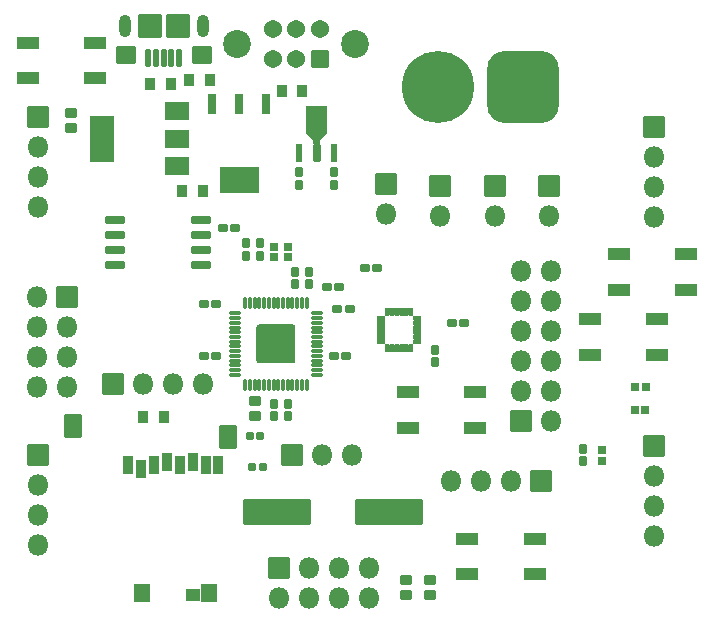
<source format=gbr>
%TF.GenerationSoftware,KiCad,Pcbnew,7.0.1*%
%TF.CreationDate,2023-05-22T19:39:57-04:00*%
%TF.ProjectId,Drone_PCB,44726f6e-655f-4504-9342-2e6b69636164,rev?*%
%TF.SameCoordinates,Original*%
%TF.FileFunction,Soldermask,Top*%
%TF.FilePolarity,Negative*%
%FSLAX46Y46*%
G04 Gerber Fmt 4.6, Leading zero omitted, Abs format (unit mm)*
G04 Created by KiCad (PCBNEW 7.0.1) date 2023-05-22 19:39:57*
%MOMM*%
%LPD*%
G01*
G04 APERTURE LIST*
G04 Aperture macros list*
%AMRoundRect*
0 Rectangle with rounded corners*
0 $1 Rounding radius*
0 $2 $3 $4 $5 $6 $7 $8 $9 X,Y pos of 4 corners*
0 Add a 4 corners polygon primitive as box body*
4,1,4,$2,$3,$4,$5,$6,$7,$8,$9,$2,$3,0*
0 Add four circle primitives for the rounded corners*
1,1,$1+$1,$2,$3*
1,1,$1+$1,$4,$5*
1,1,$1+$1,$6,$7*
1,1,$1+$1,$8,$9*
0 Add four rect primitives between the rounded corners*
20,1,$1+$1,$2,$3,$4,$5,0*
20,1,$1+$1,$4,$5,$6,$7,0*
20,1,$1+$1,$6,$7,$8,$9,0*
20,1,$1+$1,$8,$9,$2,$3,0*%
G04 Aperture macros list end*
%ADD10RoundRect,1.551000X1.500000X1.500000X-1.500000X1.500000X-1.500000X-1.500000X1.500000X-1.500000X0*%
%ADD11C,6.102000*%
%ADD12RoundRect,0.051000X0.719000X0.719000X-0.719000X0.719000X-0.719000X-0.719000X0.719000X-0.719000X0*%
%ADD13C,1.540000*%
%ADD14C,2.367000*%
%ADD15RoundRect,0.051000X0.279400X-0.355600X0.279400X0.355600X-0.279400X0.355600X-0.279400X-0.355600X0*%
%ADD16RoundRect,0.051000X0.850000X0.850000X-0.850000X0.850000X-0.850000X-0.850000X0.850000X-0.850000X0*%
%ADD17O,1.802000X1.802000*%
%ADD18RoundRect,0.051000X0.850000X-0.850000X0.850000X0.850000X-0.850000X0.850000X-0.850000X-0.850000X0*%
%ADD19RoundRect,0.101000X-0.387500X-0.050000X0.387500X-0.050000X0.387500X0.050000X-0.387500X0.050000X0*%
%ADD20RoundRect,0.101000X-0.050000X-0.387500X0.050000X-0.387500X0.050000X0.387500X-0.050000X0.387500X0*%
%ADD21RoundRect,0.195000X-1.456000X-1.456000X1.456000X-1.456000X1.456000X1.456000X-1.456000X1.456000X0*%
%ADD22RoundRect,0.051000X-0.355600X-0.279400X0.355600X-0.279400X0.355600X0.279400X-0.355600X0.279400X0*%
%ADD23RoundRect,0.051000X-0.850000X-0.850000X0.850000X-0.850000X0.850000X0.850000X-0.850000X0.850000X0*%
%ADD24RoundRect,0.051000X0.381000X0.495300X-0.381000X0.495300X-0.381000X-0.495300X0.381000X-0.495300X0*%
%ADD25RoundRect,0.051000X-0.315000X0.280000X-0.315000X-0.280000X0.315000X-0.280000X0.315000X0.280000X0*%
%ADD26RoundRect,0.051000X-0.450000X0.350000X-0.450000X-0.350000X0.450000X-0.350000X0.450000X0.350000X0*%
%ADD27RoundRect,0.051000X-0.381000X-0.495300X0.381000X-0.495300X0.381000X0.495300X-0.381000X0.495300X0*%
%ADD28RoundRect,0.051000X-0.300000X0.295000X-0.300000X-0.295000X0.300000X-0.295000X0.300000X0.295000X0*%
%ADD29RoundRect,0.126600X0.194400X-0.224400X0.194400X0.224400X-0.194400X0.224400X-0.194400X-0.224400X0*%
%ADD30RoundRect,0.051000X-0.241300X-0.698500X0.241300X-0.698500X0.241300X0.698500X-0.241300X0.698500X0*%
%ADD31RoundRect,0.051000X-0.279400X-0.698500X0.279400X-0.698500X0.279400X0.698500X-0.279400X0.698500X0*%
%ADD32RoundRect,0.051000X0.304800X0.774700X-0.304800X0.774700X-0.304800X-0.774700X0.304800X-0.774700X0*%
%ADD33RoundRect,0.051000X-0.850900X-0.495300X0.850900X-0.495300X0.850900X0.495300X-0.850900X0.495300X0*%
%ADD34RoundRect,0.051000X-0.270000X-0.300000X0.270000X-0.300000X0.270000X0.300000X-0.270000X0.300000X0*%
%ADD35RoundRect,0.051000X-0.850000X0.850000X-0.850000X-0.850000X0.850000X-0.850000X0.850000X0.850000X0*%
%ADD36RoundRect,0.051000X0.400000X0.750000X-0.400000X0.750000X-0.400000X-0.750000X0.400000X-0.750000X0*%
%ADD37RoundRect,0.051000X0.500000X0.475000X-0.500000X0.475000X-0.500000X-0.475000X0.500000X-0.475000X0*%
%ADD38RoundRect,0.051000X0.650000X0.700000X-0.650000X0.700000X-0.650000X-0.700000X0.650000X-0.700000X0*%
%ADD39RoundRect,0.051000X0.700000X0.950000X-0.700000X0.950000X-0.700000X-0.950000X0.700000X-0.950000X0*%
%ADD40RoundRect,0.057600X0.103400X-0.313400X0.103400X0.313400X-0.103400X0.313400X-0.103400X-0.313400X0*%
%ADD41RoundRect,0.057600X0.313400X0.103400X-0.313400X0.103400X-0.313400X-0.103400X0.313400X-0.103400X0*%
%ADD42RoundRect,0.057600X-0.103400X0.313400X-0.103400X-0.313400X0.103400X-0.313400X0.103400X0.313400X0*%
%ADD43RoundRect,0.057600X-0.313400X-0.103400X0.313400X-0.103400X0.313400X0.103400X-0.313400X0.103400X0*%
%ADD44RoundRect,0.051000X-2.800000X-1.050000X2.800000X-1.050000X2.800000X1.050000X-2.800000X1.050000X0*%
%ADD45RoundRect,0.051000X0.355600X0.279400X-0.355600X0.279400X-0.355600X-0.279400X0.355600X-0.279400X0*%
%ADD46RoundRect,0.051000X-0.279400X0.355600X-0.279400X-0.355600X0.279400X-0.355600X0.279400X0.355600X0*%
%ADD47RoundRect,0.051000X1.000000X-0.750000X1.000000X0.750000X-1.000000X0.750000X-1.000000X-0.750000X0*%
%ADD48RoundRect,0.051000X1.000000X-1.900000X1.000000X1.900000X-1.000000X1.900000X-1.000000X-1.900000X0*%
%ADD49RoundRect,0.051000X0.200000X0.675000X-0.200000X0.675000X-0.200000X-0.675000X0.200000X-0.675000X0*%
%ADD50RoundRect,0.051000X0.800000X0.700000X-0.800000X0.700000X-0.800000X-0.700000X0.800000X-0.700000X0*%
%ADD51RoundRect,0.051000X0.950000X0.950000X-0.950000X0.950000X-0.950000X-0.950000X0.950000X-0.950000X0*%
%ADD52O,1.002000X1.902000*%
%ADD53RoundRect,0.051000X0.450000X-0.350000X0.450000X0.350000X-0.450000X0.350000X-0.450000X-0.350000X0*%
%ADD54RoundRect,0.051000X-0.762000X-0.266700X0.762000X-0.266700X0.762000X0.266700X-0.762000X0.266700X0*%
%ADD55RoundRect,0.051000X0.850900X0.495300X-0.850900X0.495300X-0.850900X-0.495300X0.850900X-0.495300X0*%
G04 APERTURE END LIST*
%TO.C,U4*%
G36*
X196714400Y-77304800D02*
G01*
X196079400Y-77939800D01*
X196079400Y-78295400D01*
X195520600Y-78295400D01*
X195520600Y-77939800D01*
X194885600Y-77304800D01*
X194885600Y-75044200D01*
X196714400Y-75044200D01*
X196714400Y-77304800D01*
G37*
%TO.C,U7*%
G36*
X190915000Y-82431000D02*
G01*
X187613000Y-82431000D01*
X187613000Y-80170400D01*
X190915000Y-80170400D01*
X190915000Y-82431000D01*
G37*
%TD*%
D10*
%TO.C,J13*%
X213295000Y-73393900D03*
D11*
X206095000Y-73393900D03*
%TD*%
D12*
%TO.C,S1*%
X196095000Y-71043900D03*
D13*
X194095000Y-71043900D03*
X192095000Y-71043900D03*
X196095000Y-68543900D03*
X194095000Y-68543900D03*
X192095000Y-68543900D03*
D14*
X199095000Y-69793900D03*
X189095000Y-69793900D03*
%TD*%
D15*
%TO.C,C13*%
X194000000Y-90120700D03*
X194000000Y-89079300D03*
%TD*%
D16*
%TO.C,J11*%
X213110000Y-101725000D03*
D17*
X215650000Y-101725000D03*
X213110000Y-99185000D03*
X215650000Y-99185000D03*
X213110000Y-96645000D03*
X215650000Y-96645000D03*
X213110000Y-94105000D03*
X215650000Y-94105000D03*
X213110000Y-91565000D03*
X215650000Y-91565000D03*
X213110000Y-89025000D03*
X215650000Y-89025000D03*
%TD*%
D18*
%TO.C,J5*%
X192600000Y-114200000D03*
D17*
X192600000Y-116740000D03*
X195140000Y-114200000D03*
X195140000Y-116740000D03*
X197680000Y-114200000D03*
X197680000Y-116740000D03*
X200220000Y-114200000D03*
X200220000Y-116740000D03*
%TD*%
D19*
%TO.C,U1*%
X188925000Y-92600000D03*
X188925000Y-93000000D03*
X188925000Y-93400000D03*
X188925000Y-93800000D03*
X188925000Y-94200000D03*
X188925000Y-94600000D03*
X188925000Y-95000000D03*
X188925000Y-95400000D03*
X188925000Y-95800000D03*
X188925000Y-96200000D03*
X188925000Y-96600000D03*
X188925000Y-97000000D03*
X188925000Y-97400000D03*
X188925000Y-97800000D03*
D20*
X189762500Y-98637500D03*
X190162500Y-98637500D03*
X190562500Y-98637500D03*
X190962500Y-98637500D03*
X191362500Y-98637500D03*
X191762500Y-98637500D03*
X192162500Y-98637500D03*
X192562500Y-98637500D03*
X192962500Y-98637500D03*
X193362500Y-98637500D03*
X193762500Y-98637500D03*
X194162500Y-98637500D03*
X194562500Y-98637500D03*
X194962500Y-98637500D03*
D19*
X195800000Y-97800000D03*
X195800000Y-97400000D03*
X195800000Y-97000000D03*
X195800000Y-96600000D03*
X195800000Y-96200000D03*
X195800000Y-95800000D03*
X195800000Y-95400000D03*
X195800000Y-95000000D03*
X195800000Y-94600000D03*
X195800000Y-94200000D03*
X195800000Y-93800000D03*
X195800000Y-93400000D03*
X195800000Y-93000000D03*
X195800000Y-92600000D03*
D20*
X194962500Y-91762500D03*
X194562500Y-91762500D03*
X194162500Y-91762500D03*
X193762500Y-91762500D03*
X193362500Y-91762500D03*
X192962500Y-91762500D03*
X192562500Y-91762500D03*
X192162500Y-91762500D03*
X191762500Y-91762500D03*
X191362500Y-91762500D03*
X190962500Y-91762500D03*
X190562500Y-91762500D03*
X190162500Y-91762500D03*
X189762500Y-91762500D03*
D21*
X192362500Y-95200000D03*
%TD*%
D15*
%TO.C,C25*%
X194295000Y-81714600D03*
X194295000Y-80673200D03*
%TD*%
D22*
%TO.C,C19*%
X186279300Y-96200000D03*
X187320700Y-96200000D03*
%TD*%
D23*
%TO.C,J7*%
X172200000Y-104600000D03*
D17*
X172200000Y-107140000D03*
X172200000Y-109680000D03*
X172200000Y-112220000D03*
%TD*%
D24*
%TO.C,C11*%
X186752600Y-72800000D03*
X185000000Y-72800000D03*
%TD*%
D25*
%TO.C,C24*%
X220000000Y-104200000D03*
X220000000Y-105070000D03*
%TD*%
D26*
%TO.C,R3*%
X175000000Y-75600000D03*
X175000000Y-76900000D03*
%TD*%
D27*
%TO.C,C10*%
X181123700Y-101400000D03*
X182876300Y-101400000D03*
%TD*%
D28*
%TO.C,R2*%
X193400000Y-86980000D03*
X193400000Y-87820000D03*
%TD*%
D29*
%TO.C,C4*%
X190370000Y-105600000D03*
X191230000Y-105600000D03*
%TD*%
D22*
%TO.C,C22*%
X196679300Y-90400000D03*
X197720700Y-90400000D03*
%TD*%
D30*
%TO.C,U4*%
X194305000Y-78993900D03*
D31*
X195800000Y-78993900D03*
D30*
X197295000Y-78993900D03*
%TD*%
D29*
%TO.C,C5*%
X190170000Y-103000000D03*
X191030000Y-103000000D03*
%TD*%
D32*
%TO.C,U7*%
X191562700Y-74849100D03*
X189264000Y-74849100D03*
X186965300Y-74849100D03*
%TD*%
D23*
%TO.C,J9*%
X224400000Y-76800000D03*
D17*
X224400000Y-79340000D03*
X224400000Y-81880000D03*
X224400000Y-84420000D03*
%TD*%
D33*
%TO.C,SW4*%
X218942500Y-93100000D03*
X224657500Y-93100000D03*
X218942500Y-96100000D03*
X224657500Y-96100000D03*
%TD*%
D34*
%TO.C,R12*%
X222800000Y-98800000D03*
X223664000Y-98800000D03*
%TD*%
D35*
%TO.C,J12*%
X214820000Y-106800000D03*
D17*
X212280000Y-106800000D03*
X209740000Y-106800000D03*
X207200000Y-106800000D03*
%TD*%
D36*
%TO.C,J1*%
X179800000Y-105400000D03*
X180900000Y-105800000D03*
X182000000Y-105400000D03*
X183100000Y-105200000D03*
X184200000Y-105400000D03*
X185300000Y-105200000D03*
X186400000Y-105400000D03*
X187500000Y-105400000D03*
D37*
X185300000Y-116485000D03*
D38*
X186690000Y-116260000D03*
X180990000Y-116260000D03*
D39*
X175140000Y-102110000D03*
X188290000Y-103110000D03*
%TD*%
D23*
%TO.C,J8*%
X224400000Y-103860000D03*
D17*
X224400000Y-106400000D03*
X224400000Y-108940000D03*
X224400000Y-111480000D03*
%TD*%
D40*
%TO.C,U3*%
X201800000Y-95545000D03*
X202200000Y-95545000D03*
X202600000Y-95545000D03*
X203000000Y-95545000D03*
X203400000Y-95545000D03*
X203800000Y-95545000D03*
D41*
X204345000Y-95000000D03*
X204345000Y-94600000D03*
X204345000Y-94200000D03*
X204345000Y-93800000D03*
X204345000Y-93400000D03*
X204345000Y-93000000D03*
D42*
X203800000Y-92455000D03*
X203400000Y-92455000D03*
X203000000Y-92455000D03*
X202600000Y-92455000D03*
X202200000Y-92455000D03*
X201800000Y-92455000D03*
D43*
X201255000Y-93000000D03*
X201255000Y-93400000D03*
X201255000Y-93800000D03*
X201255000Y-94200000D03*
X201255000Y-94600000D03*
X201255000Y-95000000D03*
%TD*%
D44*
%TO.C,Y1*%
X192450000Y-109400000D03*
X201950000Y-109400000D03*
%TD*%
D23*
%TO.C,J15*%
X206295000Y-81793900D03*
D17*
X206295000Y-84333900D03*
%TD*%
D45*
%TO.C,C7*%
X200920700Y-88800000D03*
X199879300Y-88800000D03*
%TD*%
D33*
%TO.C,SW3*%
X208542500Y-111700000D03*
X214257500Y-111700000D03*
X208542500Y-114700000D03*
X214257500Y-114700000D03*
%TD*%
D45*
%TO.C,C17*%
X198320700Y-96200000D03*
X197279300Y-96200000D03*
%TD*%
D15*
%TO.C,C26*%
X197295000Y-81714600D03*
X197295000Y-80673200D03*
%TD*%
D22*
%TO.C,C3*%
X187879300Y-85400000D03*
X188920700Y-85400000D03*
%TD*%
D26*
%TO.C,R4*%
X190600000Y-100000000D03*
X190600000Y-101300000D03*
%TD*%
D45*
%TO.C,C8*%
X208320700Y-93400000D03*
X207279300Y-93400000D03*
%TD*%
D18*
%TO.C,J10*%
X178600000Y-98600000D03*
D17*
X181140000Y-98600000D03*
X183680000Y-98600000D03*
X186220000Y-98600000D03*
%TD*%
D34*
%TO.C,R11*%
X222768000Y-100800000D03*
X223632000Y-100800000D03*
%TD*%
D15*
%TO.C,C9*%
X205800000Y-96720700D03*
X205800000Y-95679300D03*
%TD*%
D23*
%TO.C,J14*%
X201720000Y-81683900D03*
D17*
X201720000Y-84223900D03*
%TD*%
D23*
%TO.C,J4*%
X174690000Y-91200000D03*
D17*
X172150000Y-91200000D03*
X174690000Y-93740000D03*
X172150000Y-93740000D03*
X174690000Y-96280000D03*
X172150000Y-96280000D03*
X174690000Y-98820000D03*
X172150000Y-98820000D03*
%TD*%
D24*
%TO.C,C2*%
X186200000Y-82200000D03*
X184447400Y-82200000D03*
%TD*%
D15*
%TO.C,C16*%
X189800000Y-87720700D03*
X189800000Y-86679300D03*
%TD*%
D28*
%TO.C,R1*%
X192200000Y-86980000D03*
X192200000Y-87820000D03*
%TD*%
D46*
%TO.C,C15*%
X193400000Y-100279300D03*
X193400000Y-101320700D03*
%TD*%
D47*
%TO.C,U2*%
X183950000Y-80100000D03*
X183950000Y-77800000D03*
X183950000Y-75500000D03*
D48*
X177650000Y-77800000D03*
%TD*%
D46*
%TO.C,C6*%
X218400000Y-104079300D03*
X218400000Y-105120700D03*
%TD*%
D33*
%TO.C,SW1*%
X177057500Y-72700000D03*
X171342500Y-72700000D03*
X177057500Y-69700000D03*
X171342500Y-69700000D03*
%TD*%
D49*
%TO.C,J2*%
X184164000Y-70949900D03*
X183514000Y-70949900D03*
X182864000Y-70949900D03*
X182214000Y-70949900D03*
X181564000Y-70949900D03*
D50*
X186064000Y-70724900D03*
X179664000Y-70724900D03*
D51*
X181664000Y-68274900D03*
X184064000Y-68274900D03*
D52*
X186164000Y-68274900D03*
X179564000Y-68274900D03*
%TD*%
D18*
%TO.C,J3*%
X193720000Y-104600000D03*
D17*
X196260000Y-104600000D03*
X198800000Y-104600000D03*
%TD*%
D53*
%TO.C,R10*%
X205400000Y-116450000D03*
X205400000Y-115150000D03*
%TD*%
D22*
%TO.C,C21*%
X197558600Y-92200000D03*
X198600000Y-92200000D03*
%TD*%
D33*
%TO.C,SW5*%
X221400000Y-87600000D03*
X227115000Y-87600000D03*
X221400000Y-90600000D03*
X227115000Y-90600000D03*
%TD*%
D15*
%TO.C,C20*%
X191000000Y-87720700D03*
X191000000Y-86679300D03*
%TD*%
D22*
%TO.C,C18*%
X186279300Y-91800000D03*
X187320700Y-91800000D03*
%TD*%
D46*
%TO.C,C23*%
X192200000Y-100279300D03*
X192200000Y-101320700D03*
%TD*%
D23*
%TO.C,J17*%
X215495000Y-81793900D03*
D17*
X215495000Y-84333900D03*
%TD*%
D54*
%TO.C,U5*%
X178755100Y-84695000D03*
X178755100Y-85965000D03*
X178755100Y-87235000D03*
X178755100Y-88505000D03*
X186044900Y-88505000D03*
X186044900Y-87235000D03*
X186044900Y-85965000D03*
X186044900Y-84695000D03*
%TD*%
D53*
%TO.C,R9*%
X203400000Y-116450000D03*
X203400000Y-115150000D03*
%TD*%
D23*
%TO.C,J16*%
X210895000Y-81793900D03*
D17*
X210895000Y-84333900D03*
%TD*%
D24*
%TO.C,C1*%
X183476300Y-73200000D03*
X181723700Y-73200000D03*
%TD*%
D27*
%TO.C,C12*%
X192847400Y-73800000D03*
X194600000Y-73800000D03*
%TD*%
D55*
%TO.C,SW2*%
X209257500Y-102300000D03*
X203542500Y-102300000D03*
X209257500Y-99300000D03*
X203542500Y-99300000D03*
%TD*%
D23*
%TO.C,J6*%
X172200000Y-76000000D03*
D17*
X172200000Y-78540000D03*
X172200000Y-81080000D03*
X172200000Y-83620000D03*
%TD*%
D15*
%TO.C,C14*%
X195200000Y-90120700D03*
X195200000Y-89079300D03*
%TD*%
G36*
X203640111Y-95234351D02*
G01*
X203641000Y-95236014D01*
X203641000Y-95853962D01*
X203640111Y-95855625D01*
X203638235Y-95855810D01*
X203637038Y-95854352D01*
X203635289Y-95845558D01*
X203564711Y-95845558D01*
X203562962Y-95854350D01*
X203561765Y-95855808D01*
X203559889Y-95855623D01*
X203559000Y-95853960D01*
X203559000Y-95236055D01*
X203559889Y-95234392D01*
X203561765Y-95234207D01*
X203562962Y-95235665D01*
X203564705Y-95244437D01*
X203635282Y-95244444D01*
X203637038Y-95235624D01*
X203638235Y-95234166D01*
X203640111Y-95234351D01*
G37*
G36*
X203240111Y-95234351D02*
G01*
X203241000Y-95236014D01*
X203241000Y-95853962D01*
X203240111Y-95855625D01*
X203238235Y-95855810D01*
X203237038Y-95854352D01*
X203235289Y-95845558D01*
X203164711Y-95845558D01*
X203162962Y-95854350D01*
X203161765Y-95855808D01*
X203159889Y-95855623D01*
X203159000Y-95853960D01*
X203159000Y-95236055D01*
X203159889Y-95234392D01*
X203161765Y-95234207D01*
X203162962Y-95235665D01*
X203164705Y-95244437D01*
X203235282Y-95244444D01*
X203237038Y-95235624D01*
X203238235Y-95234166D01*
X203240111Y-95234351D01*
G37*
G36*
X202840111Y-95234351D02*
G01*
X202841000Y-95236014D01*
X202841000Y-95853962D01*
X202840111Y-95855625D01*
X202838235Y-95855810D01*
X202837038Y-95854352D01*
X202835289Y-95845558D01*
X202764711Y-95845558D01*
X202762962Y-95854350D01*
X202761765Y-95855808D01*
X202759889Y-95855623D01*
X202759000Y-95853960D01*
X202759000Y-95236055D01*
X202759889Y-95234392D01*
X202761765Y-95234207D01*
X202762962Y-95235665D01*
X202764705Y-95244437D01*
X202835282Y-95244444D01*
X202837038Y-95235624D01*
X202838235Y-95234166D01*
X202840111Y-95234351D01*
G37*
G36*
X202440111Y-95234351D02*
G01*
X202441000Y-95236014D01*
X202441000Y-95853962D01*
X202440111Y-95855625D01*
X202438235Y-95855810D01*
X202437038Y-95854352D01*
X202435289Y-95845558D01*
X202364711Y-95845558D01*
X202362962Y-95854350D01*
X202361765Y-95855808D01*
X202359889Y-95855623D01*
X202359000Y-95853960D01*
X202359000Y-95236055D01*
X202359889Y-95234392D01*
X202361765Y-95234207D01*
X202362962Y-95235665D01*
X202364705Y-95244437D01*
X202435282Y-95244444D01*
X202437038Y-95235624D01*
X202438235Y-95234166D01*
X202440111Y-95234351D01*
G37*
G36*
X202040111Y-95234351D02*
G01*
X202041000Y-95236014D01*
X202041000Y-95853962D01*
X202040111Y-95855625D01*
X202038235Y-95855810D01*
X202037038Y-95854352D01*
X202035289Y-95845558D01*
X201964711Y-95845558D01*
X201962962Y-95854350D01*
X201961765Y-95855808D01*
X201959889Y-95855623D01*
X201959000Y-95853960D01*
X201959000Y-95236055D01*
X201959889Y-95234392D01*
X201961765Y-95234207D01*
X201962962Y-95235665D01*
X201964705Y-95244437D01*
X202035282Y-95244444D01*
X202037038Y-95235624D01*
X202038235Y-95234166D01*
X202040111Y-95234351D01*
G37*
G36*
X204655602Y-94759889D02*
G01*
X204655787Y-94761765D01*
X204654329Y-94762962D01*
X204645561Y-94764704D01*
X204645554Y-94835283D01*
X204654371Y-94837038D01*
X204655829Y-94838235D01*
X204655644Y-94840111D01*
X204653981Y-94841000D01*
X204036033Y-94841000D01*
X204034370Y-94840111D01*
X204034185Y-94838235D01*
X204035643Y-94837038D01*
X204044441Y-94835288D01*
X204044441Y-94764712D01*
X204035644Y-94762962D01*
X204034186Y-94761765D01*
X204034371Y-94759889D01*
X204036034Y-94759000D01*
X204653939Y-94759000D01*
X204655602Y-94759889D01*
G37*
G36*
X201565602Y-94759889D02*
G01*
X201565787Y-94761765D01*
X201564329Y-94762962D01*
X201555561Y-94764704D01*
X201555554Y-94835283D01*
X201564371Y-94837038D01*
X201565829Y-94838235D01*
X201565644Y-94840111D01*
X201563981Y-94841000D01*
X200946033Y-94841000D01*
X200944370Y-94840111D01*
X200944185Y-94838235D01*
X200945643Y-94837038D01*
X200954441Y-94835288D01*
X200954441Y-94764712D01*
X200945644Y-94762962D01*
X200944186Y-94761765D01*
X200944371Y-94759889D01*
X200946034Y-94759000D01*
X201563939Y-94759000D01*
X201565602Y-94759889D01*
G37*
G36*
X204655602Y-94359889D02*
G01*
X204655787Y-94361765D01*
X204654329Y-94362962D01*
X204645561Y-94364704D01*
X204645554Y-94435283D01*
X204654371Y-94437038D01*
X204655829Y-94438235D01*
X204655644Y-94440111D01*
X204653981Y-94441000D01*
X204036033Y-94441000D01*
X204034370Y-94440111D01*
X204034185Y-94438235D01*
X204035643Y-94437038D01*
X204044441Y-94435288D01*
X204044441Y-94364712D01*
X204035644Y-94362962D01*
X204034186Y-94361765D01*
X204034371Y-94359889D01*
X204036034Y-94359000D01*
X204653939Y-94359000D01*
X204655602Y-94359889D01*
G37*
G36*
X201565602Y-94359889D02*
G01*
X201565787Y-94361765D01*
X201564329Y-94362962D01*
X201555561Y-94364704D01*
X201555554Y-94435283D01*
X201564371Y-94437038D01*
X201565829Y-94438235D01*
X201565644Y-94440111D01*
X201563981Y-94441000D01*
X200946033Y-94441000D01*
X200944370Y-94440111D01*
X200944185Y-94438235D01*
X200945643Y-94437038D01*
X200954441Y-94435288D01*
X200954441Y-94364712D01*
X200945644Y-94362962D01*
X200944186Y-94361765D01*
X200944371Y-94359889D01*
X200946034Y-94359000D01*
X201563939Y-94359000D01*
X201565602Y-94359889D01*
G37*
G36*
X204655602Y-93959889D02*
G01*
X204655787Y-93961765D01*
X204654329Y-93962962D01*
X204645561Y-93964704D01*
X204645554Y-94035283D01*
X204654371Y-94037038D01*
X204655829Y-94038235D01*
X204655644Y-94040111D01*
X204653981Y-94041000D01*
X204036033Y-94041000D01*
X204034370Y-94040111D01*
X204034185Y-94038235D01*
X204035643Y-94037038D01*
X204044441Y-94035288D01*
X204044441Y-93964712D01*
X204035644Y-93962962D01*
X204034186Y-93961765D01*
X204034371Y-93959889D01*
X204036034Y-93959000D01*
X204653939Y-93959000D01*
X204655602Y-93959889D01*
G37*
G36*
X201565602Y-93959889D02*
G01*
X201565787Y-93961765D01*
X201564329Y-93962962D01*
X201555561Y-93964704D01*
X201555554Y-94035283D01*
X201564371Y-94037038D01*
X201565829Y-94038235D01*
X201565644Y-94040111D01*
X201563981Y-94041000D01*
X200946033Y-94041000D01*
X200944370Y-94040111D01*
X200944185Y-94038235D01*
X200945643Y-94037038D01*
X200954441Y-94035288D01*
X200954441Y-93964712D01*
X200945644Y-93962962D01*
X200944186Y-93961765D01*
X200944371Y-93959889D01*
X200946034Y-93959000D01*
X201563939Y-93959000D01*
X201565602Y-93959889D01*
G37*
G36*
X204655602Y-93559889D02*
G01*
X204655787Y-93561765D01*
X204654329Y-93562962D01*
X204645561Y-93564704D01*
X204645554Y-93635283D01*
X204654371Y-93637038D01*
X204655829Y-93638235D01*
X204655644Y-93640111D01*
X204653981Y-93641000D01*
X204036033Y-93641000D01*
X204034370Y-93640111D01*
X204034185Y-93638235D01*
X204035643Y-93637038D01*
X204044441Y-93635288D01*
X204044441Y-93564712D01*
X204035644Y-93562962D01*
X204034186Y-93561765D01*
X204034371Y-93559889D01*
X204036034Y-93559000D01*
X204653939Y-93559000D01*
X204655602Y-93559889D01*
G37*
G36*
X201565602Y-93559889D02*
G01*
X201565787Y-93561765D01*
X201564329Y-93562962D01*
X201555561Y-93564704D01*
X201555554Y-93635283D01*
X201564371Y-93637038D01*
X201565829Y-93638235D01*
X201565644Y-93640111D01*
X201563981Y-93641000D01*
X200946033Y-93641000D01*
X200944370Y-93640111D01*
X200944185Y-93638235D01*
X200945643Y-93637038D01*
X200954441Y-93635288D01*
X200954441Y-93564712D01*
X200945644Y-93562962D01*
X200944186Y-93561765D01*
X200944371Y-93559889D01*
X200946034Y-93559000D01*
X201563939Y-93559000D01*
X201565602Y-93559889D01*
G37*
G36*
X204655602Y-93159889D02*
G01*
X204655787Y-93161765D01*
X204654329Y-93162962D01*
X204645561Y-93164704D01*
X204645554Y-93235283D01*
X204654371Y-93237038D01*
X204655829Y-93238235D01*
X204655644Y-93240111D01*
X204653981Y-93241000D01*
X204036033Y-93241000D01*
X204034370Y-93240111D01*
X204034185Y-93238235D01*
X204035643Y-93237038D01*
X204044441Y-93235288D01*
X204044441Y-93164712D01*
X204035644Y-93162962D01*
X204034186Y-93161765D01*
X204034371Y-93159889D01*
X204036034Y-93159000D01*
X204653939Y-93159000D01*
X204655602Y-93159889D01*
G37*
G36*
X201565602Y-93159889D02*
G01*
X201565787Y-93161765D01*
X201564329Y-93162962D01*
X201555561Y-93164704D01*
X201555554Y-93235283D01*
X201564371Y-93237038D01*
X201565829Y-93238235D01*
X201565644Y-93240111D01*
X201563981Y-93241000D01*
X200946033Y-93241000D01*
X200944370Y-93240111D01*
X200944185Y-93238235D01*
X200945643Y-93237038D01*
X200954441Y-93235288D01*
X200954441Y-93164712D01*
X200945644Y-93162962D01*
X200944186Y-93161765D01*
X200944371Y-93159889D01*
X200946034Y-93159000D01*
X201563939Y-93159000D01*
X201565602Y-93159889D01*
G37*
G36*
X203640111Y-92144351D02*
G01*
X203641000Y-92146014D01*
X203641000Y-92763962D01*
X203640111Y-92765625D01*
X203638235Y-92765810D01*
X203637038Y-92764352D01*
X203635289Y-92755558D01*
X203564711Y-92755558D01*
X203562962Y-92764350D01*
X203561765Y-92765808D01*
X203559889Y-92765623D01*
X203559000Y-92763960D01*
X203559000Y-92146055D01*
X203559889Y-92144392D01*
X203561765Y-92144207D01*
X203562962Y-92145665D01*
X203564705Y-92154437D01*
X203635282Y-92154444D01*
X203637038Y-92145624D01*
X203638235Y-92144166D01*
X203640111Y-92144351D01*
G37*
G36*
X203240111Y-92144351D02*
G01*
X203241000Y-92146014D01*
X203241000Y-92763962D01*
X203240111Y-92765625D01*
X203238235Y-92765810D01*
X203237038Y-92764352D01*
X203235289Y-92755558D01*
X203164711Y-92755558D01*
X203162962Y-92764350D01*
X203161765Y-92765808D01*
X203159889Y-92765623D01*
X203159000Y-92763960D01*
X203159000Y-92146055D01*
X203159889Y-92144392D01*
X203161765Y-92144207D01*
X203162962Y-92145665D01*
X203164705Y-92154437D01*
X203235282Y-92154444D01*
X203237038Y-92145624D01*
X203238235Y-92144166D01*
X203240111Y-92144351D01*
G37*
G36*
X202840111Y-92144351D02*
G01*
X202841000Y-92146014D01*
X202841000Y-92763962D01*
X202840111Y-92765625D01*
X202838235Y-92765810D01*
X202837038Y-92764352D01*
X202835289Y-92755558D01*
X202764711Y-92755558D01*
X202762962Y-92764350D01*
X202761765Y-92765808D01*
X202759889Y-92765623D01*
X202759000Y-92763960D01*
X202759000Y-92146055D01*
X202759889Y-92144392D01*
X202761765Y-92144207D01*
X202762962Y-92145665D01*
X202764705Y-92154437D01*
X202835282Y-92154444D01*
X202837038Y-92145624D01*
X202838235Y-92144166D01*
X202840111Y-92144351D01*
G37*
G36*
X202440111Y-92144351D02*
G01*
X202441000Y-92146014D01*
X202441000Y-92763962D01*
X202440111Y-92765625D01*
X202438235Y-92765810D01*
X202437038Y-92764352D01*
X202435289Y-92755558D01*
X202364711Y-92755558D01*
X202362962Y-92764350D01*
X202361765Y-92765808D01*
X202359889Y-92765623D01*
X202359000Y-92763960D01*
X202359000Y-92146055D01*
X202359889Y-92144392D01*
X202361765Y-92144207D01*
X202362962Y-92145665D01*
X202364705Y-92154437D01*
X202435282Y-92154444D01*
X202437038Y-92145624D01*
X202438235Y-92144166D01*
X202440111Y-92144351D01*
G37*
G36*
X202040111Y-92144351D02*
G01*
X202041000Y-92146014D01*
X202041000Y-92763962D01*
X202040111Y-92765625D01*
X202038235Y-92765810D01*
X202037038Y-92764352D01*
X202035289Y-92755558D01*
X201964711Y-92755558D01*
X201962962Y-92764350D01*
X201961765Y-92765808D01*
X201959889Y-92765623D01*
X201959000Y-92763960D01*
X201959000Y-92146055D01*
X201959889Y-92144392D01*
X201961765Y-92144207D01*
X201962962Y-92145665D01*
X201964705Y-92154437D01*
X202035282Y-92154444D01*
X202037038Y-92145624D01*
X202038235Y-92144166D01*
X202040111Y-92144351D01*
G37*
M02*

</source>
